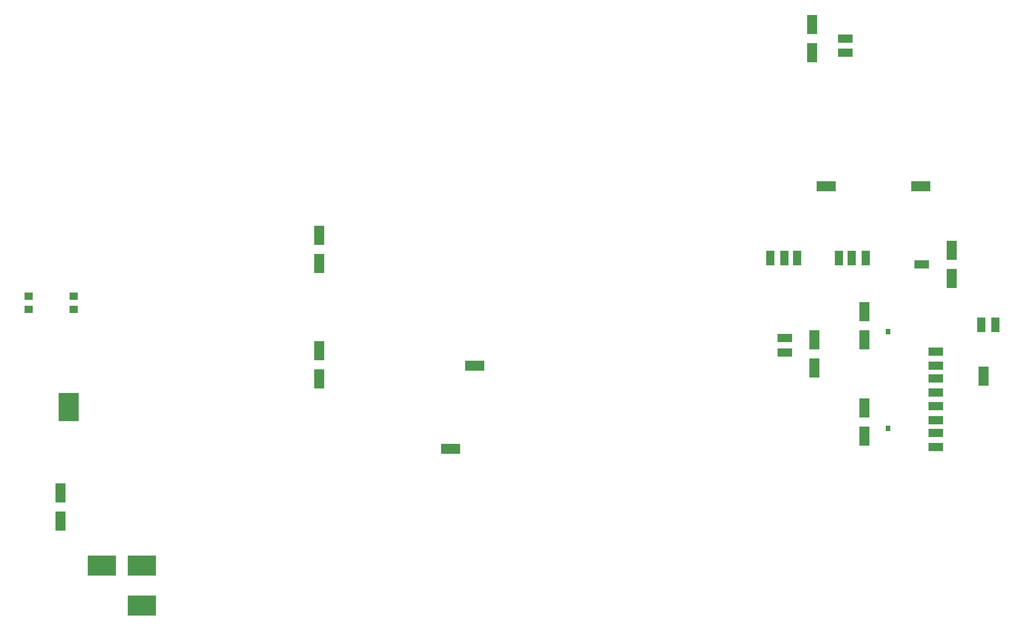
<source format=gbp>
G04*
G04 #@! TF.GenerationSoftware,Altium Limited,Altium Designer,22.6.1 (34)*
G04*
G04 Layer_Color=128*
%FSLAX44Y44*%
%MOMM*%
G71*
G04*
G04 #@! TF.SameCoordinates,0282B534-2DD6-4313-8036-895CCBFEA7A8*
G04*
G04*
G04 #@! TF.FilePolarity,Positive*
G04*
G01*
G75*
%ADD20R,1.8500X3.6000*%
%ADD21R,3.6000X1.8500*%
%ADD22R,2.8000X1.5500*%
%ADD23R,1.5500X2.8000*%
%ADD24R,0.9500X1.0000*%
%ADD27R,5.3340X3.8100*%
%ADD28R,3.8100X5.3340*%
%ADD30R,1.6000X1.4000*%
D20*
X476000Y-187500D02*
D03*
Y-402500D02*
D03*
X1393350Y205000D02*
D03*
X1490621Y-330029D02*
D03*
Y-509679D02*
D03*
X1397350Y-434750D02*
D03*
X1653350Y-215750D02*
D03*
X1712871Y-450480D02*
D03*
X1653350Y-268250D02*
D03*
X1490621Y-382529D02*
D03*
X-6030Y-668090D02*
D03*
X476000Y-240000D02*
D03*
X1490621Y-562179D02*
D03*
X1397350Y-382250D02*
D03*
X1393350Y152500D02*
D03*
X476000Y-455000D02*
D03*
X-6030Y-720590D02*
D03*
D21*
X764750Y-430500D02*
D03*
X720150Y-585750D02*
D03*
X1419650Y-96650D02*
D03*
X1595490Y-96650D02*
D03*
D22*
X1342350Y-405750D02*
D03*
X1455350Y179250D02*
D03*
X1597150Y-241600D02*
D03*
X1623971Y-454030D02*
D03*
Y-430829D02*
D03*
Y-555630D02*
D03*
Y-532429D02*
D03*
X1455350Y152750D02*
D03*
X1623971Y-582129D02*
D03*
Y-505929D02*
D03*
Y-480529D02*
D03*
Y-404329D02*
D03*
X1342350Y-379250D02*
D03*
D23*
X1341950Y-230000D02*
D03*
X1365150Y-230000D02*
D03*
X1443550Y-230000D02*
D03*
X1466750Y-230000D02*
D03*
X1734850Y-354250D02*
D03*
X1708350D02*
D03*
X1315450Y-230000D02*
D03*
X1493250Y-230000D02*
D03*
D24*
X1535071Y-367529D02*
D03*
Y-547179D02*
D03*
D27*
X145608Y-878070D02*
D03*
X70932Y-803140D02*
D03*
X145608D02*
D03*
D28*
X9150Y-508088D02*
D03*
D30*
X18650Y-300750D02*
D03*
X-65350D02*
D03*
Y-325750D02*
D03*
X18650D02*
D03*
M02*

</source>
